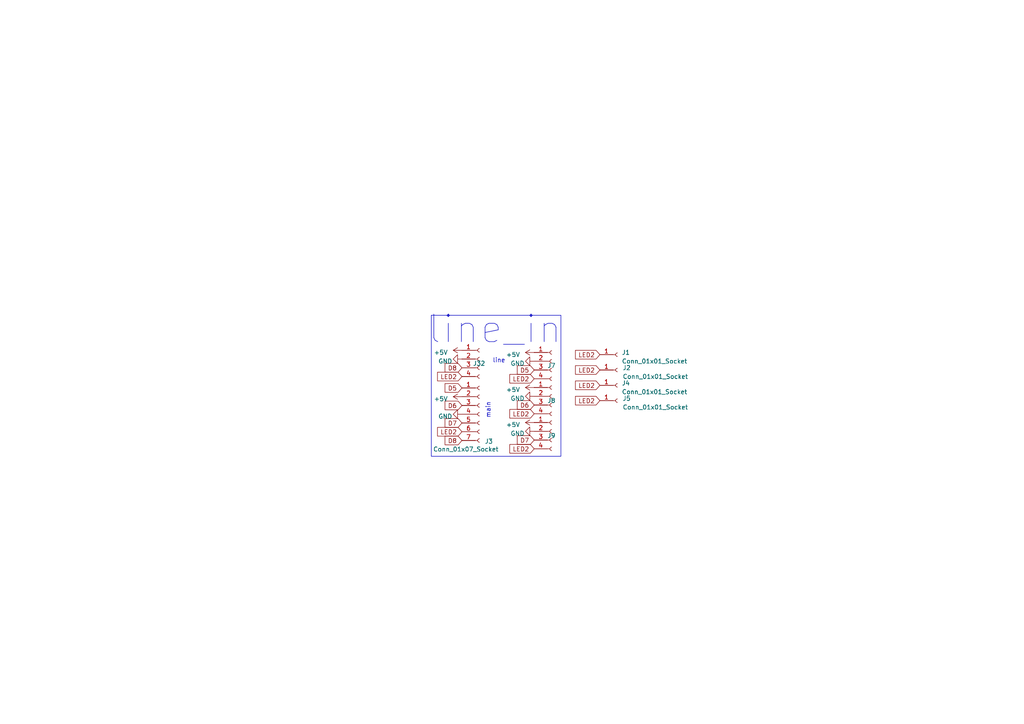
<source format=kicad_sch>
(kicad_sch (version 20230121) (generator eeschema)
  (paper "A4")
  (lib_symbols
    (symbol "Connector:Conn_01x01_Socket" (pin_names (offset 1.016) hide)
      (property "Reference" "J" (at 0 2.54 0))
      (property "Value" "Conn_01x01_Socket" (at 0 -2.54 0))
      (symbol "Conn_01x01_Socket_1_1"
        (polyline (pts (xy -1.27 0) (xy -0.508 0)) (stroke (width 0.1524)))
        (arc (start 0 0.508) (mid -0.5058 0) (end 0 -0.508) (stroke (width 0.1524)))
        (pin passive line (at -5.08 0 0) (length 3.81) (name "Pin_1") (number "1"))
      )
    )
    (symbol "Connector:Conn_01x04_Socket" (pin_names (offset 1.016) hide)
      (property "Reference" "J" (at 0 5.08 0))
      (property "Value" "Conn_01x04_Socket" (at 0 -7.62 0))
      (symbol "Conn_01x04_Socket_1_1"
        (arc (start 0 -4.572) (mid -0.5058 -5.08) (end 0 -5.588) (stroke (width 0.1524)))
        (arc (start 0 -2.032) (mid -0.5058 -2.54) (end 0 -3.048) (stroke (width 0.1524)))
        (polyline (pts (xy -1.27 -5.08) (xy -0.508 -5.08)) (stroke (width 0.1524)))
        (polyline (pts (xy -1.27 -2.54) (xy -0.508 -2.54)) (stroke (width 0.1524)))
        (polyline (pts (xy -1.27 0) (xy -0.508 0)) (stroke (width 0.1524)))
        (polyline (pts (xy -1.27 2.54) (xy -0.508 2.54)) (stroke (width 0.1524)))
        (arc (start 0 0.508) (mid -0.5058 0) (end 0 -0.508) (stroke (width 0.1524)))
        (arc (start 0 3.048) (mid -0.5058 2.54) (end 0 2.032) (stroke (width 0.1524)))
        (pin passive line (at -5.08 2.54 0) (length 3.81) (name "Pin_1") (number "1"))
        (pin passive line (at -5.08 0 0) (length 3.81) (name "Pin_2") (number "2"))
        (pin passive line (at -5.08 -2.54 0) (length 3.81) (name "Pin_3") (number "3"))
        (pin passive line (at -5.08 -5.08 0) (length 3.81) (name "Pin_4") (number "4"))
      )
    )
    (symbol "Connector:Conn_01x07_Socket" (pin_names (offset 1.016) hide)
      (property "Reference" "J" (at 0 10.16 0))
      (property "Value" "Conn_01x07_Socket" (at 0 -10.16 0))
      (symbol "Conn_01x07_Socket_1_1"
        (arc (start 0 -7.112) (mid -0.5058 -7.62) (end 0 -8.128) (stroke (width 0.1524)))
        (arc (start 0 -4.572) (mid -0.5058 -5.08) (end 0 -5.588) (stroke (width 0.1524)))
        (arc (start 0 -2.032) (mid -0.5058 -2.54) (end 0 -3.048) (stroke (width 0.1524)))
        (polyline (pts (xy -1.27 -7.62) (xy -0.508 -7.62)) (stroke (width 0.1524)))
        (polyline (pts (xy -1.27 -5.08) (xy -0.508 -5.08)) (stroke (width 0.1524)))
        (polyline (pts (xy -1.27 -2.54) (xy -0.508 -2.54)) (stroke (width 0.1524)))
        (polyline (pts (xy -1.27 0) (xy -0.508 0)) (stroke (width 0.1524)))
        (polyline (pts (xy -1.27 2.54) (xy -0.508 2.54)) (stroke (width 0.1524)))
        (polyline (pts (xy -1.27 5.08) (xy -0.508 5.08)) (stroke (width 0.1524)))
        (polyline (pts (xy -1.27 7.62) (xy -0.508 7.62)) (stroke (width 0.1524)))
        (arc (start 0 0.508) (mid -0.5058 0) (end 0 -0.508) (stroke (width 0.1524)))
        (arc (start 0 3.048) (mid -0.5058 2.54) (end 0 2.032) (stroke (width 0.1524)))
        (arc (start 0 5.588) (mid -0.5058 5.08) (end 0 4.572) (stroke (width 0.1524)))
        (arc (start 0 8.128) (mid -0.5058 7.62) (end 0 7.112) (stroke (width 0.1524)))
        (pin passive line (at -5.08 7.62 0) (length 3.81) (name "Pin_1") (number "1"))
        (pin passive line (at -5.08 5.08 0) (length 3.81) (name "Pin_2") (number "2"))
        (pin passive line (at -5.08 2.54 0) (length 3.81) (name "Pin_3") (number "3"))
        (pin passive line (at -5.08 0 0) (length 3.81) (name "Pin_4") (number "4"))
        (pin passive line (at -5.08 -2.54 0) (length 3.81) (name "Pin_5") (number "5"))
        (pin passive line (at -5.08 -5.08 0) (length 3.81) (name "Pin_6") (number "6"))
        (pin passive line (at -5.08 -7.62 0) (length 3.81) (name "Pin_7") (number "7"))
      )
    )
    (symbol "power:+5V" (power) (pin_names (offset 0))
      (property "Value" "+5V" (at 0 3.556 0))
      (symbol "+5V_0_1"
        (polyline (pts (xy -0.762 1.27) (xy 0 2.54)))
        (polyline (pts (xy 0 0) (xy 0 2.54)))
        (polyline (pts (xy 0 2.54) (xy 0.762 1.27)))
      )
      (symbol "+5V_1_1"
        (pin power_in line (at 0 0 90) (length 0) hide (name "+5V") (number "1"))
      )
    )
    (symbol "power:GND" (power) (pin_names (offset 0))
      (property "Value" "GND" (at 0 -3.81 0))
      (symbol "GND_0_1"
        (polyline (pts (xy 0 0) (xy 0 -1.27) (xy 1.27 -1.27) (xy 0 -2.54) (xy -1.27 -1.27) (xy 0 -1.27)))
      )
      (symbol "GND_1_1"
        (pin power_in line (at 0 0 270) (length 0) hide (name "GND") (number "1"))
      )
    )
  )
  (rectangle (start 125.095 91.44) (end 162.687 132.334))
  (text "main" (at 142.367 121.412 90) (effects (font (size 1.27 1.27)) (justify left bottom)))
  (text "line" (at 142.875 105.41 0) (effects (font (size 1.27 1.27)) (justify left bottom)))
  (text "line_in" (at 123.825 100.33 0) (effects (font (size 8 8)) (justify left bottom)))
  (global_label "D6" (shape input) (at 154.94 117.475 180) (property "Intersheetrefs" "${INTERSHEET_REFS}" (effects hide)))
  (global_label "LED2" (shape input) (at 154.94 109.855 180) (property "Intersheetrefs" "${INTERSHEET_REFS}" (effects hide)))
  (global_label "D8" (shape input) (at 133.985 106.68 180) (property "Intersheetrefs" "${INTERSHEET_REFS}" (effects hide)))
  (global_label "D6" (shape input) (at 133.985 117.602 180) (property "Intersheetrefs" "${INTERSHEET_REFS}" (effects hide)))
  (global_label "LED2" (shape input) (at 173.99 107.315 180) (property "Intersheetrefs" "${INTERSHEET_REFS}" (effects hide)))
  (global_label "D5" (shape input) (at 154.94 107.315 180) (property "Intersheetrefs" "${INTERSHEET_REFS}" (effects hide)))
  (global_label "D7" (shape input) (at 133.985 122.682 180) (property "Intersheetrefs" "${INTERSHEET_REFS}" (effects hide)))
  (global_label "LED2" (shape input) (at 154.94 120.015 180) (property "Intersheetrefs" "${INTERSHEET_REFS}" (effects hide)))
  (global_label "LED2" (shape input) (at 173.99 116.205 180) (property "Intersheetrefs" "${INTERSHEET_REFS}" (effects hide)))
  (global_label "LED2" (shape input) (at 173.99 111.76 180) (property "Intersheetrefs" "${INTERSHEET_REFS}" (effects hide)))
  (global_label "LED2" (shape input) (at 154.94 130.175 180) (property "Intersheetrefs" "${INTERSHEET_REFS}" (effects hide)))
  (global_label "LED2" (shape input) (at 133.985 125.222 180) (property "Intersheetrefs" "${INTERSHEET_REFS}" (effects hide)))
  (global_label "D8" (shape input) (at 133.985 127.762 180) (property "Intersheetrefs" "${INTERSHEET_REFS}" (effects hide)))
  (global_label "D5" (shape input) (at 133.985 112.522 180) (property "Intersheetrefs" "${INTERSHEET_REFS}" (effects hide)))
  (global_label "LED2" (shape input) (at 133.985 109.22 180) (property "Intersheetrefs" "${INTERSHEET_REFS}" (effects hide)))
  (global_label "LED2" (shape input) (at 173.99 102.87 180) (property "Intersheetrefs" "${INTERSHEET_REFS}" (effects hide)))
  (global_label "D7" (shape input) (at 154.94 127.635 180) (property "Intersheetrefs" "${INTERSHEET_REFS}" (effects hide)))
  (symbol (lib_id "Connector:Conn_01x01_Socket") (at 179.07 116.205 0) (unit 1)
    (property "Reference" "J5" (at 180.5662 115.57 0) (effects (justify left)))
    (property "Value" "Conn_01x01_Socket" (at 180.5662 118.11 0) (effects (justify left)))
    (property "Footprint" "Connector_PinHeader_2.54mm:PinHeader_1x01_P2.54mm_Vertical" (effects hide))
  )
  (symbol (lib_id "Connector:Conn_01x04_Socket") (at 160.02 104.775 0) (unit 1)
    (property "Reference" "J7" (at 158.75 106.045 0) (effects (justify left)))
    (property "Value" "Conn_01x04_Socket" (effects hide))
    (property "Footprint" "Connector_PinSocket_2.54mm:PinSocket_1x04_P2.54mm_Horizontal" (effects hide))
  )
  (symbol (lib_id "power:GND") (at 133.985 104.14 270) (unit 1)
    (property "Reference" "#PWR0109" (effects hide))
    (property "Value" "GND" (at 131.191 104.775 90) (effects (justify right)))
  )
  (symbol (lib_id "Connector:Conn_01x01_Socket") (at 179.07 107.315 0) (unit 1)
    (property "Reference" "J2" (at 180.5662 106.68 0) (effects (justify left)))
    (property "Value" "Conn_01x01_Socket" (at 180.5662 109.22 0) (effects (justify left)))
    (property "Footprint" "Connector_PinHeader_2.54mm:PinHeader_1x01_P2.54mm_Vertical" (effects hide))
  )
  (symbol (lib_id "power:GND") (at 154.94 104.775 270) (unit 1)
    (property "Reference" "#PWR070" (effects hide))
    (property "Value" "GND" (at 152.146 105.41 90) (effects (justify right)))
  )
  (symbol (lib_id "power:+5V") (at 154.94 102.235 90) (unit 1)
    (property "Reference" "#PWR069" (effects hide))
    (property "Value" "+5V" (at 150.8563 102.87 90) (effects (justify left)))
  )
  (symbol (lib_id "power:GND") (at 154.94 114.935 270) (unit 1)
    (property "Reference" "#PWR072" (effects hide))
    (property "Value" "GND" (at 152.146 115.57 90) (effects (justify right)))
  )
  (symbol (lib_id "power:GND") (at 154.94 125.095 270) (unit 1)
    (property "Reference" "#PWR074" (effects hide))
    (property "Value" "GND" (at 152.146 125.73 90) (effects (justify right)))
  )
  (symbol (lib_id "Connector:Conn_01x07_Socket") (at 139.065 120.142 0) (unit 1)
    (property "Reference" "J3" (at 140.589 128.016 0) (effects (justify left)))
    (property "Value" "Conn_01x07_Socket" (at 125.603 130.302 0) (effects (justify left)))
    (property "Footprint" "Connector_PinHeader_2.54mm:PinHeader_1x07_P2.54mm_Vertical" (effects hide))
  )
  (symbol (lib_id "power:GND") (at 133.985 120.142 270) (unit 1)
    (property "Reference" "#PWR067" (effects hide))
    (property "Value" "GND" (at 131.191 120.777 90) (effects (justify right)))
  )
  (symbol (lib_id "Connector:Conn_01x04_Socket") (at 160.02 114.935 0) (unit 1)
    (property "Reference" "J8" (at 158.75 116.205 0) (effects (justify left)))
    (property "Value" "Conn_01x04_Socket" (effects hide))
    (property "Footprint" "Connector_PinSocket_2.54mm:PinSocket_1x04_P2.54mm_Horizontal" (effects hide))
  )
  (symbol (lib_id "power:+5V") (at 154.94 112.395 90) (unit 1)
    (property "Reference" "#PWR071" (effects hide))
    (property "Value" "+5V" (at 150.8563 113.03 90) (effects (justify left)))
  )
  (symbol (lib_id "power:+5V") (at 133.985 115.062 90) (unit 1)
    (property "Reference" "#PWR068" (effects hide))
    (property "Value" "+5V" (at 129.9013 115.697 90) (effects (justify left)))
  )
  (symbol (lib_id "Connector:Conn_01x01_Socket") (at 179.07 111.76 0) (unit 1)
    (property "Reference" "J4" (at 180.34 111.125 0) (effects (justify left)))
    (property "Value" "Conn_01x01_Socket" (at 180.34 113.665 0) (effects (justify left)))
    (property "Footprint" "Connector_PinHeader_2.54mm:PinHeader_1x01_P2.54mm_Vertical" (effects hide))
  )
  (symbol (lib_id "Connector:Conn_01x04_Socket") (at 139.065 104.14 0) (unit 1)
    (property "Reference" "J32" (at 137.16 105.41 0) (effects (justify left)))
    (property "Value" "Conn_01x04_Socket" (effects hide))
    (property "Footprint" "Connector_PinSocket_2.54mm:PinSocket_1x04_P2.54mm_Horizontal" (effects hide))
  )
  (symbol (lib_id "power:+5V") (at 154.94 122.555 90) (unit 1)
    (property "Reference" "#PWR073" (effects hide))
    (property "Value" "+5V" (at 150.8563 123.19 90) (effects (justify left)))
  )
  (symbol (lib_id "Connector:Conn_01x04_Socket") (at 160.02 125.095 0) (unit 1)
    (property "Reference" "J9" (at 158.75 126.365 0) (effects (justify left)))
    (property "Value" "Conn_01x04_Socket" (effects hide))
    (property "Footprint" "Connector_PinSocket_2.54mm:PinSocket_1x04_P2.54mm_Horizontal" (effects hide))
  )
  (symbol (lib_id "power:+5V") (at 133.985 101.6 90) (unit 1)
    (property "Reference" "#PWR0108" (effects hide))
    (property "Value" "+5V" (at 129.9013 102.235 90) (effects (justify left)))
  )
  (symbol (lib_id "Connector:Conn_01x01_Socket") (at 179.07 102.87 0) (unit 1)
    (property "Reference" "J1" (at 180.34 102.235 0) (effects (justify left)))
    (property "Value" "Conn_01x01_Socket" (at 180.34 104.775 0) (effects (justify left)))
    (property "Footprint" "Connector_PinHeader_2.54mm:PinHeader_1x01_P2.54mm_Vertical" (effects hide))
  )
)
</source>
